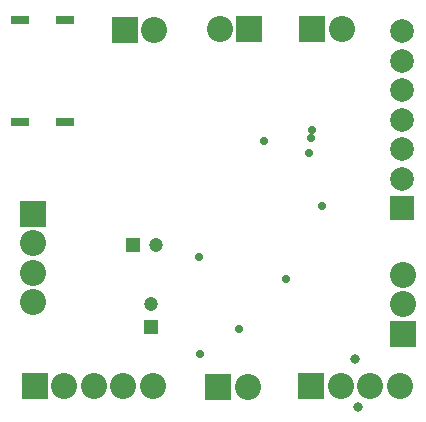
<source format=gbs>
G04*
G04 #@! TF.GenerationSoftware,Altium Limited,Altium Designer,21.0.8 (223)*
G04*
G04 Layer_Color=16711935*
%FSLAX25Y25*%
%MOIN*%
G70*
G04*
G04 #@! TF.SameCoordinates,8682EA25-DCF7-411F-8805-334446643B85*
G04*
G04*
G04 #@! TF.FilePolarity,Negative*
G04*
G01*
G75*
%ADD36R,0.08674X0.08674*%
%ADD37C,0.08674*%
%ADD38C,0.07887*%
%ADD39R,0.07887X0.07887*%
%ADD40R,0.08674X0.08674*%
G04:AMPARAMS|DCode=41|XSize=63.12mil|YSize=27.69mil|CornerRadius=8.92mil|HoleSize=0mil|Usage=FLASHONLY|Rotation=0.000|XOffset=0mil|YOffset=0mil|HoleType=Round|Shape=RoundedRectangle|*
%AMROUNDEDRECTD41*
21,1,0.06312,0.00984,0,0,0.0*
21,1,0.04528,0.02769,0,0,0.0*
1,1,0.01784,0.02264,-0.00492*
1,1,0.01784,-0.02264,-0.00492*
1,1,0.01784,-0.02264,0.00492*
1,1,0.01784,0.02264,0.00492*
%
%ADD41ROUNDEDRECTD41*%
%ADD42R,0.04737X0.04737*%
%ADD43C,0.04737*%
%ADD44R,0.04737X0.04737*%
%ADD45C,0.02769*%
%ADD46C,0.03162*%
D36*
X10827Y73917D02*
D03*
X134252Y33957D02*
D03*
D37*
X10827Y64075D02*
D03*
Y54232D02*
D03*
Y44390D02*
D03*
X113779Y135433D02*
D03*
X51181Y135236D02*
D03*
X134252Y53642D02*
D03*
Y43799D02*
D03*
X113386Y16634D02*
D03*
X123228D02*
D03*
X133071D02*
D03*
X82480Y16240D02*
D03*
X73032Y135433D02*
D03*
X50787Y16634D02*
D03*
X21260D02*
D03*
X31102D02*
D03*
X40945D02*
D03*
D38*
X133858Y105217D02*
D03*
Y95374D02*
D03*
Y85532D02*
D03*
Y115059D02*
D03*
Y124902D02*
D03*
Y134744D02*
D03*
D39*
Y75689D02*
D03*
D40*
X103937Y135433D02*
D03*
X41339Y135236D02*
D03*
X103543Y16634D02*
D03*
X72638Y16240D02*
D03*
X82874Y135433D02*
D03*
X11417Y16634D02*
D03*
D41*
X6416Y138573D02*
D03*
X21377D02*
D03*
Y104557D02*
D03*
X6416D02*
D03*
D42*
X50098Y36024D02*
D03*
D43*
Y43898D02*
D03*
X51968Y63386D02*
D03*
D44*
X44094D02*
D03*
D45*
X79626Y35531D02*
D03*
X103593Y99065D02*
D03*
X66191Y59597D02*
D03*
X95079Y52264D02*
D03*
X107087Y76378D02*
D03*
X103937Y101969D02*
D03*
X66339Y27165D02*
D03*
X102756Y94095D02*
D03*
X87908Y98313D02*
D03*
D46*
X118307Y25591D02*
D03*
X119291Y9449D02*
D03*
M02*

</source>
